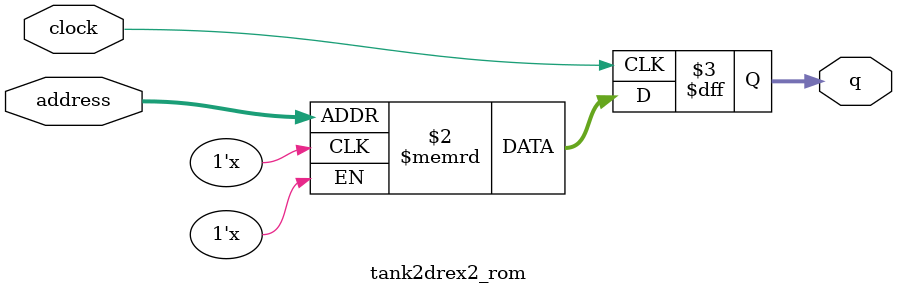
<source format=sv>
module tank2drex2_rom (
	input logic clock,
	input logic [9:0] address,
	output logic [3:0] q
);

logic [3:0] memory [0:1023] /* synthesis ram_init_file = "./tank2drex2/tank2drex2.mif" */;

always_ff @ (posedge clock) begin
	q <= memory[address];
end

endmodule

</source>
